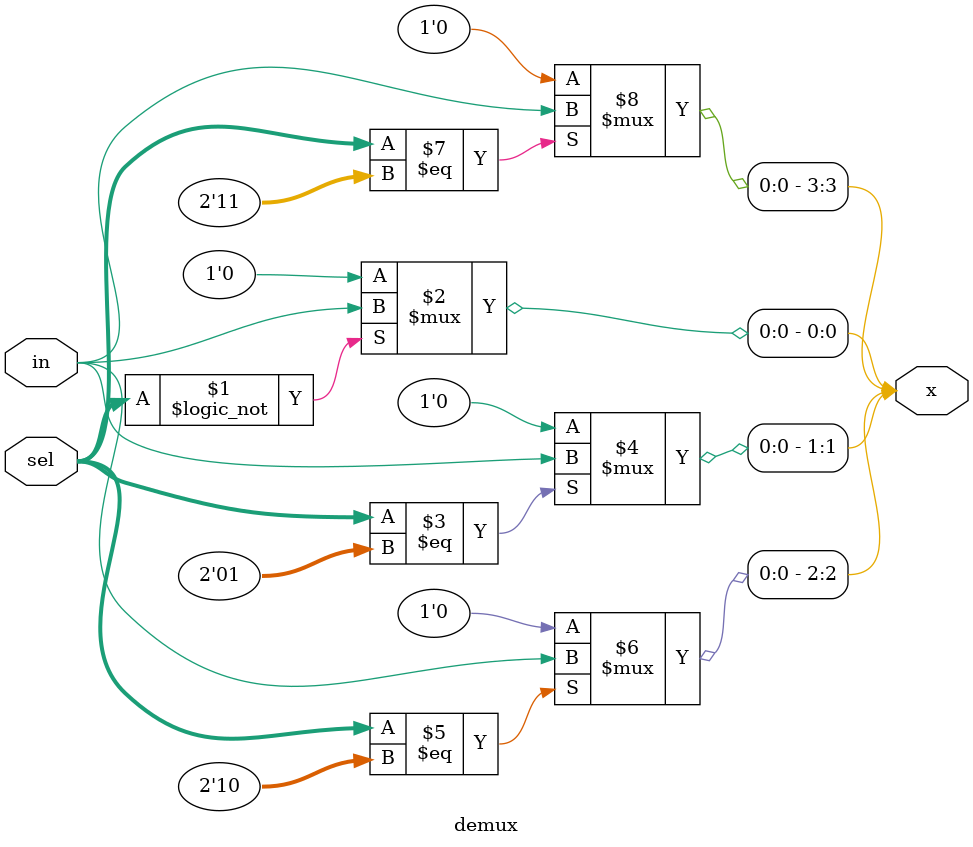
<source format=v>
module demux(
    input in,
    input [1:0] sel,
    output [3:0] x
);

assign x[0] = (sel == 2'b00) ? in : 1'b0;
assign x[1] = (sel == 2'b01) ? in : 1'b0;
assign x[2] = (sel == 2'b10) ? in : 1'b0;
assign x[3] = (sel == 2'b11) ? in : 1'b0;

endmodule

/*
module demux_1to8_case (
    input in,
    input [2:0] sel,
    output reg [7:0] x
);
    always @(*) begin
        case (sel)
            3'b000: x[0] = in;
            3'b001: x[1] = in;
            3'b010: x[2] = in;
            3'b011: x[3] = in;
            3'b100: x[4] = in;
            3'b101: x[5] = in;
            3'b110: x[6] = in;
            3'b111: x[7] = in;
	    default :  x = 8'b00000000; // Default: all outputs 0
        endcase
    end
endmodule
*/

/*

module demux_1to8_if (
    input in,
    input [2:0] sel,
    output reg [7:0] x
);
    always @(*) begin
        

        if (sel == 3'b000) x[0] = in;
        else if (sel == 3'b001) x[1] = in;
        else if (sel == 3'b010) x[2] = in;
        else if (sel == 3'b011) x[3] = in;
        else if (sel == 3'b100) x[4] = in;
        else if (sel == 3'b101) x[5] = in;
        else if (sel == 3'b110) x[6] = in;
        else if (sel == 3'b111) x[7] = in;'
	else x = 8'b00000000; // Default: all outputs 0
    end
endmodule
*/

</source>
